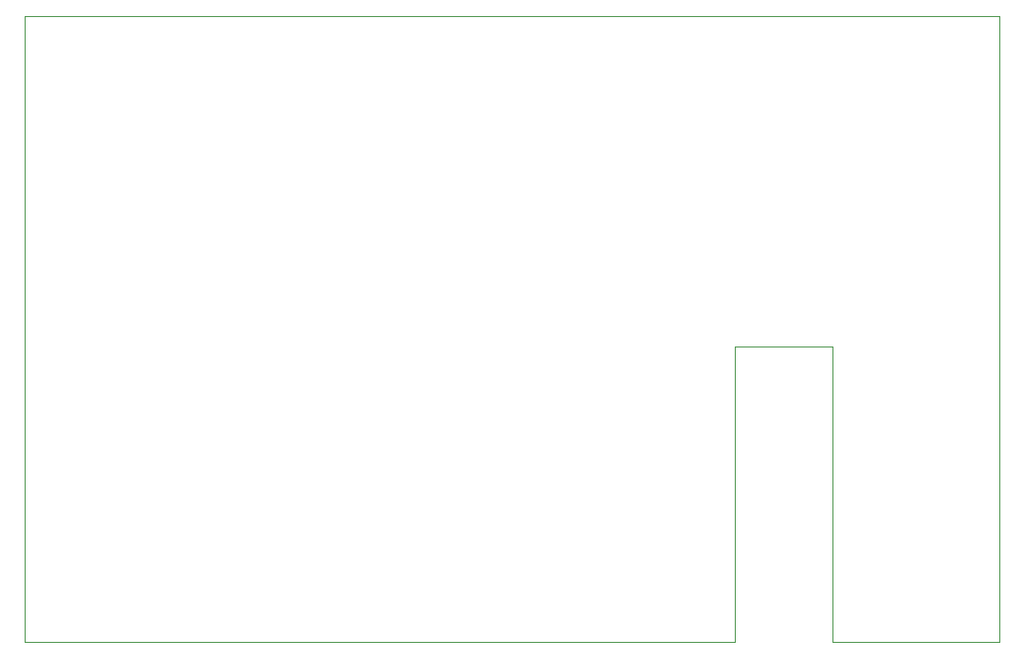
<source format=gbr>
%TF.GenerationSoftware,KiCad,Pcbnew,8.0.1*%
%TF.CreationDate,2024-04-24T14:46:20+03:00*%
%TF.ProjectId,QRPfRA_RP4_hat,51525066-5241-45f5-9250-345f6861742e,rev?*%
%TF.SameCoordinates,Original*%
%TF.FileFunction,Profile,NP*%
%FSLAX46Y46*%
G04 Gerber Fmt 4.6, Leading zero omitted, Abs format (unit mm)*
G04 Created by KiCad (PCBNEW 8.0.1) date 2024-04-24 14:46:20*
%MOMM*%
%LPD*%
G01*
G04 APERTURE LIST*
%TA.AperFunction,Profile*%
%ADD10C,0.050000*%
%TD*%
G04 APERTURE END LIST*
D10*
X172602529Y-95073043D02*
X163902529Y-95073043D01*
X172602529Y-121538043D02*
X172602529Y-95073043D01*
X163902529Y-121538043D02*
X163902529Y-95073043D01*
X187502529Y-121538043D02*
X172602529Y-121538043D01*
X100462529Y-65538043D02*
X100462529Y-121538043D01*
X187502529Y-65538043D02*
X100462529Y-65538043D01*
X187502529Y-121538043D02*
X187502529Y-65538043D01*
X100462529Y-121538043D02*
X163902529Y-121538043D01*
M02*

</source>
